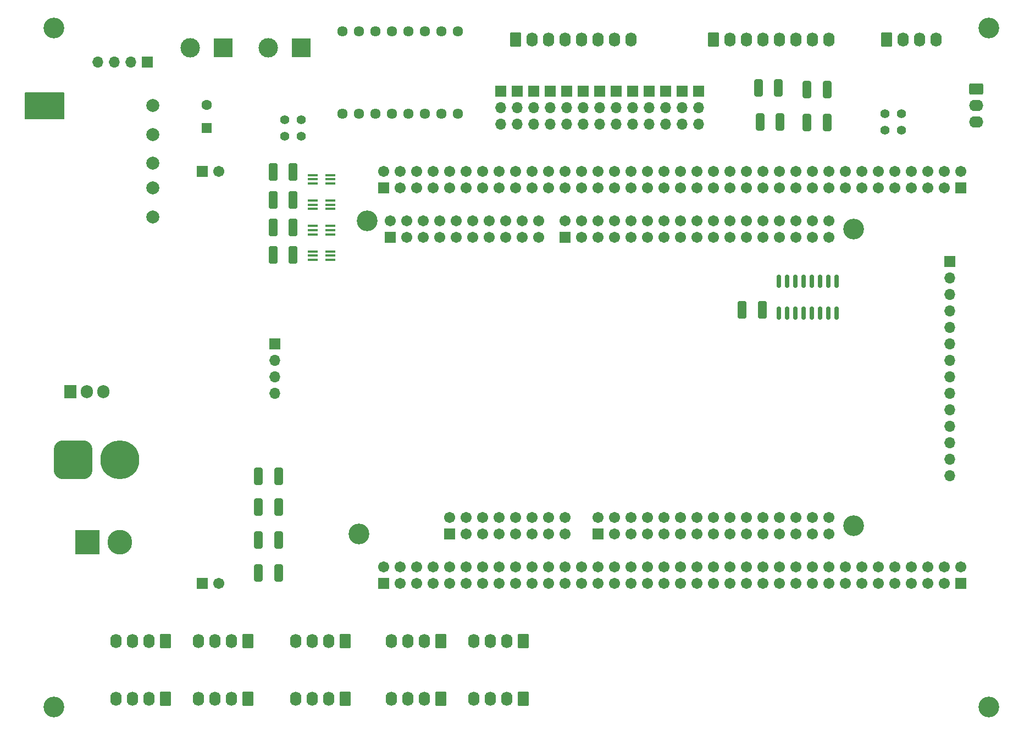
<source format=gbr>
%TF.GenerationSoftware,KiCad,Pcbnew,8.0.2-rc1*%
%TF.CreationDate,2024-08-28T13:59:49+02:00*%
%TF.ProjectId,Carte-Principale,43617274-652d-4507-9269-6e636970616c,rev?*%
%TF.SameCoordinates,Original*%
%TF.FileFunction,Soldermask,Bot*%
%TF.FilePolarity,Negative*%
%FSLAX46Y46*%
G04 Gerber Fmt 4.6, Leading zero omitted, Abs format (unit mm)*
G04 Created by KiCad (PCBNEW 8.0.2-rc1) date 2024-08-28 13:59:49*
%MOMM*%
%LPD*%
G01*
G04 APERTURE LIST*
G04 Aperture macros list*
%AMRoundRect*
0 Rectangle with rounded corners*
0 $1 Rounding radius*
0 $2 $3 $4 $5 $6 $7 $8 $9 X,Y pos of 4 corners*
0 Add a 4 corners polygon primitive as box body*
4,1,4,$2,$3,$4,$5,$6,$7,$8,$9,$2,$3,0*
0 Add four circle primitives for the rounded corners*
1,1,$1+$1,$2,$3*
1,1,$1+$1,$4,$5*
1,1,$1+$1,$6,$7*
1,1,$1+$1,$8,$9*
0 Add four rect primitives between the rounded corners*
20,1,$1+$1,$2,$3,$4,$5,0*
20,1,$1+$1,$4,$5,$6,$7,0*
20,1,$1+$1,$6,$7,$8,$9,0*
20,1,$1+$1,$8,$9,$2,$3,0*%
G04 Aperture macros list end*
%ADD10C,0.200000*%
%ADD11RoundRect,0.250000X0.620000X0.845000X-0.620000X0.845000X-0.620000X-0.845000X0.620000X-0.845000X0*%
%ADD12O,1.740000X2.190000*%
%ADD13R,1.700000X1.700000*%
%ADD14O,1.700000X1.700000*%
%ADD15C,3.200000*%
%ADD16C,1.609600*%
%ADD17C,1.400000*%
%ADD18R,3.000000X3.000000*%
%ADD19C,3.000000*%
%ADD20RoundRect,0.102000X0.754000X-0.754000X0.754000X0.754000X-0.754000X0.754000X-0.754000X-0.754000X0*%
%ADD21C,1.712000*%
%ADD22C,2.000000*%
%ADD23R,1.905000X2.000000*%
%ADD24O,1.905000X2.000000*%
%ADD25R,3.800000X3.800000*%
%ADD26C,3.800000*%
%ADD27RoundRect,0.250000X-0.845000X0.620000X-0.845000X-0.620000X0.845000X-0.620000X0.845000X0.620000X0*%
%ADD28O,2.190000X1.740000*%
%ADD29RoundRect,0.250000X-0.620000X-0.845000X0.620000X-0.845000X0.620000X0.845000X-0.620000X0.845000X0*%
%ADD30RoundRect,1.500000X-1.500000X-1.500000X1.500000X-1.500000X1.500000X1.500000X-1.500000X1.500000X0*%
%ADD31C,6.000000*%
%ADD32R,1.600000X1.600000*%
%ADD33C,1.600000*%
%ADD34RoundRect,0.100000X-0.650000X-0.100000X0.650000X-0.100000X0.650000X0.100000X-0.650000X0.100000X0*%
%ADD35RoundRect,0.250000X0.400000X1.075000X-0.400000X1.075000X-0.400000X-1.075000X0.400000X-1.075000X0*%
%ADD36RoundRect,0.250000X0.412500X1.100000X-0.412500X1.100000X-0.412500X-1.100000X0.412500X-1.100000X0*%
%ADD37RoundRect,0.250000X-0.412500X-1.100000X0.412500X-1.100000X0.412500X1.100000X-0.412500X1.100000X0*%
%ADD38RoundRect,0.150000X-0.150000X0.825000X-0.150000X-0.825000X0.150000X-0.825000X0.150000X0.825000X0*%
%ADD39RoundRect,0.250000X-0.400000X-1.075000X0.400000X-1.075000X0.400000X1.075000X-0.400000X1.075000X0*%
G04 APERTURE END LIST*
D10*
X56500000Y-45000000D02*
X62500000Y-45000000D01*
X62500000Y-49000000D01*
X56500000Y-49000000D01*
X56500000Y-45000000D01*
G36*
X56500000Y-45000000D02*
G01*
X62500000Y-45000000D01*
X62500000Y-49000000D01*
X56500000Y-49000000D01*
X56500000Y-45000000D01*
G37*
D11*
%TO.C,J11*%
X133240000Y-129540000D03*
D12*
X130700000Y-129540000D03*
X128160000Y-129540000D03*
X125620000Y-129540000D03*
%TD*%
D11*
%TO.C,J6*%
X105810000Y-129540000D03*
D12*
X103270000Y-129540000D03*
X100730000Y-129540000D03*
X98190000Y-129540000D03*
%TD*%
D13*
%TO.C,M5*%
X139910000Y-44750000D03*
D14*
X139910000Y-47290000D03*
X139910000Y-49830000D03*
%TD*%
D15*
%TO.C,H2*%
X60960000Y-139700000D03*
%TD*%
D16*
%TO.C,DRV1*%
X118110000Y-35560000D03*
X115570000Y-35560000D03*
X113030000Y-35560000D03*
X110490000Y-35560000D03*
X123190000Y-48260000D03*
X120650000Y-48260000D03*
X120650000Y-35560000D03*
X123190000Y-35560000D03*
X107950000Y-35560000D03*
X113030000Y-48260000D03*
X110490000Y-48260000D03*
X107950000Y-48260000D03*
X105410000Y-48260000D03*
X115570000Y-48260000D03*
X118110000Y-48260000D03*
X105410000Y-35560000D03*
%TD*%
D17*
%TO.C,TP6*%
X99000000Y-51750000D03*
X96460000Y-51750000D03*
%TD*%
D18*
%TO.C,J5*%
X99060000Y-38100000D03*
D19*
X93980000Y-38100000D03*
%TD*%
D13*
%TO.C,M4*%
X137370000Y-44750000D03*
D14*
X137370000Y-47290000D03*
X137370000Y-49830000D03*
%TD*%
D13*
%TO.C,J2*%
X75370000Y-40250000D03*
D14*
X72830000Y-40250000D03*
X70290000Y-40250000D03*
X67750000Y-40250000D03*
%TD*%
D11*
%TO.C,J10*%
X120540000Y-138430000D03*
D12*
X118000000Y-138430000D03*
X115460000Y-138430000D03*
X112920000Y-138430000D03*
%TD*%
D15*
%TO.C,U2*%
X107945000Y-113030000D03*
X184145000Y-111760000D03*
X184145000Y-66040000D03*
X109215000Y-64770000D03*
D20*
X83815000Y-120650000D03*
D21*
X86355000Y-120650000D03*
D20*
X83815000Y-57150000D03*
D21*
X86355000Y-57150000D03*
D20*
X112771000Y-67310000D03*
D21*
X112771000Y-64770000D03*
X115311000Y-67310000D03*
X115311000Y-64770000D03*
X117851000Y-67310000D03*
X117851000Y-64770000D03*
X120391000Y-67310000D03*
X120391000Y-64770000D03*
X122931000Y-67310000D03*
X122931000Y-64770000D03*
X125471000Y-67310000D03*
X125471000Y-64770000D03*
X128011000Y-67310000D03*
X128011000Y-64770000D03*
X130551000Y-67310000D03*
X130551000Y-64770000D03*
X133091000Y-67310000D03*
X133091000Y-64770000D03*
X135631000Y-67310000D03*
X135631000Y-64770000D03*
D20*
X121915000Y-113030000D03*
D21*
X121915000Y-110490000D03*
X124455000Y-113030000D03*
X124455000Y-110490000D03*
X126995000Y-113030000D03*
X126995000Y-110490000D03*
X129535000Y-113030000D03*
X129535000Y-110490000D03*
X132075000Y-113030000D03*
X132075000Y-110490000D03*
X134615000Y-113030000D03*
X134615000Y-110490000D03*
X137155000Y-113030000D03*
X137155000Y-110490000D03*
X139695000Y-113030000D03*
X139695000Y-110490000D03*
D20*
X144775000Y-113030000D03*
D21*
X144775000Y-110490000D03*
X147315000Y-113030000D03*
X147315000Y-110490000D03*
X149855000Y-113030000D03*
X149855000Y-110490000D03*
X152395000Y-113030000D03*
X152395000Y-110490000D03*
X154935000Y-113030000D03*
X154935000Y-110490000D03*
X157475000Y-113030000D03*
X157475000Y-110490000D03*
X160015000Y-113030000D03*
X160015000Y-110490000D03*
X162555000Y-113030000D03*
X162555000Y-110490000D03*
X165095000Y-113030000D03*
X165095000Y-110490000D03*
X167635000Y-113030000D03*
X167635000Y-110490000D03*
X170175000Y-113030000D03*
X170175000Y-110490000D03*
X172715000Y-113030000D03*
X172715000Y-110490000D03*
X175255000Y-113030000D03*
X175255000Y-110490000D03*
X177795000Y-113030000D03*
X177795000Y-110490000D03*
X180335000Y-113030000D03*
X180335000Y-110490000D03*
D20*
X139695000Y-67310000D03*
D21*
X139695000Y-64770000D03*
X142235000Y-67310000D03*
X142235000Y-64770000D03*
X144775000Y-67310000D03*
X144775000Y-64770000D03*
X147315000Y-67310000D03*
X147315000Y-64770000D03*
X149855000Y-67310000D03*
X149855000Y-64770000D03*
X152395000Y-67310000D03*
X152395000Y-64770000D03*
X154935000Y-67310000D03*
X154935000Y-64770000D03*
X157475000Y-67310000D03*
X157475000Y-64770000D03*
X160015000Y-67310000D03*
X160015000Y-64770000D03*
X162555000Y-67310000D03*
X162555000Y-64770000D03*
X165095000Y-67310000D03*
X165095000Y-64770000D03*
X167635000Y-67310000D03*
X167635000Y-64770000D03*
X170175000Y-67310000D03*
X170175000Y-64770000D03*
X172715000Y-67310000D03*
X172715000Y-64770000D03*
X175255000Y-67310000D03*
X175255000Y-64770000D03*
X177795000Y-67310000D03*
X177795000Y-64770000D03*
X180335000Y-67310000D03*
X180335000Y-64770000D03*
D20*
X111755000Y-120650000D03*
D21*
X111755000Y-118110000D03*
X114295000Y-120650000D03*
X114295000Y-118110000D03*
X116835000Y-120650000D03*
X116835000Y-118110000D03*
X119375000Y-120650000D03*
X119375000Y-118110000D03*
X121915000Y-120650000D03*
X121915000Y-118110000D03*
X124455000Y-120650000D03*
X124455000Y-118110000D03*
X126995000Y-120650000D03*
X126995000Y-118110000D03*
X129535000Y-120650000D03*
X129535000Y-118110000D03*
X132075000Y-120650000D03*
X132075000Y-118110000D03*
X134615000Y-120650000D03*
X134615000Y-118110000D03*
X137155000Y-120650000D03*
X137155000Y-118110000D03*
X139695000Y-120650000D03*
X139695000Y-118110000D03*
X142235000Y-120650000D03*
X142235000Y-118110000D03*
X144775000Y-120650000D03*
X144775000Y-118110000D03*
X147315000Y-120650000D03*
X147315000Y-118110000D03*
X149855000Y-120650000D03*
X149855000Y-118110000D03*
X152395000Y-120650000D03*
X152395000Y-118110000D03*
X154935000Y-120650000D03*
X154935000Y-118110000D03*
X157475000Y-120650000D03*
X157475000Y-118110000D03*
X160015000Y-120650000D03*
X160015000Y-118110000D03*
X162555000Y-120650000D03*
X162555000Y-118110000D03*
X165095000Y-120650000D03*
X165095000Y-118110000D03*
X167635000Y-120650000D03*
X167635000Y-118110000D03*
X170175000Y-120650000D03*
X170175000Y-118110000D03*
X172715000Y-120650000D03*
X172715000Y-118110000D03*
X175255000Y-120650000D03*
X175255000Y-118110000D03*
X177795000Y-120650000D03*
X177795000Y-118110000D03*
X180335000Y-120650000D03*
X180335000Y-118110000D03*
X182875000Y-120650000D03*
X182875000Y-118110000D03*
X185415000Y-120650000D03*
X185415000Y-118110000D03*
X187955000Y-120650000D03*
X187955000Y-118110000D03*
X190495000Y-120650000D03*
X190495000Y-118110000D03*
X193035000Y-120650000D03*
X193035000Y-118110000D03*
X195575000Y-120650000D03*
X195575000Y-118110000D03*
X198115000Y-120650000D03*
X198115000Y-118110000D03*
D20*
X111775000Y-59690000D03*
D21*
X111775000Y-57150000D03*
X114315000Y-59690000D03*
X114315000Y-57150000D03*
X116855000Y-59690000D03*
X116855000Y-57150000D03*
X119395000Y-59690000D03*
X119395000Y-57150000D03*
X121935000Y-59690000D03*
X121935000Y-57150000D03*
X124475000Y-59690000D03*
X124475000Y-57150000D03*
X127015000Y-59690000D03*
X127015000Y-57150000D03*
X129555000Y-59690000D03*
X129555000Y-57150000D03*
X132095000Y-59690000D03*
X132095000Y-57150000D03*
X134635000Y-59690000D03*
X134635000Y-57150000D03*
X137175000Y-59690000D03*
X137175000Y-57150000D03*
X139715000Y-59690000D03*
X139715000Y-57150000D03*
X142255000Y-59690000D03*
X142255000Y-57150000D03*
X144795000Y-59690000D03*
X144795000Y-57150000D03*
X147335000Y-59690000D03*
X147335000Y-57150000D03*
X149875000Y-59690000D03*
X149875000Y-57150000D03*
X152415000Y-59690000D03*
X152415000Y-57150000D03*
X154955000Y-59690000D03*
X154955000Y-57150000D03*
X157495000Y-59690000D03*
X157495000Y-57150000D03*
X160035000Y-59690000D03*
X160035000Y-57150000D03*
X162575000Y-59690000D03*
X162575000Y-57150000D03*
X165115000Y-59690000D03*
X165115000Y-57150000D03*
X167655000Y-59690000D03*
X167655000Y-57150000D03*
X170195000Y-59690000D03*
X170195000Y-57150000D03*
X172735000Y-59690000D03*
X172735000Y-57150000D03*
X175275000Y-59690000D03*
X175275000Y-57150000D03*
X177815000Y-59690000D03*
X177815000Y-57150000D03*
X180355000Y-59690000D03*
X180355000Y-57150000D03*
X182895000Y-59690000D03*
X182895000Y-57150000D03*
X185435000Y-59690000D03*
X185435000Y-57150000D03*
X187975000Y-59690000D03*
X187975000Y-57150000D03*
X190515000Y-59690000D03*
X190515000Y-57150000D03*
X193055000Y-59690000D03*
X193055000Y-57150000D03*
X195595000Y-59690000D03*
X195595000Y-57150000D03*
X198135000Y-59690000D03*
X198135000Y-57150000D03*
D20*
X200675000Y-59690000D03*
D21*
X200675000Y-57150000D03*
D20*
X200655000Y-120650000D03*
D21*
X200655000Y-118110000D03*
%TD*%
D22*
%TO.C,TP3*%
X76200000Y-59690000D03*
%TD*%
D23*
%TO.C,Q1*%
X63500000Y-91115000D03*
D24*
X66040000Y-91115000D03*
X68580000Y-91115000D03*
%TD*%
D13*
%TO.C,M10*%
X150070000Y-44750000D03*
D14*
X150070000Y-47290000D03*
X150070000Y-49830000D03*
%TD*%
D13*
%TO.C,M8*%
X144990000Y-44750000D03*
D14*
X144990000Y-47290000D03*
X144990000Y-49830000D03*
%TD*%
D15*
%TO.C,H1*%
X60960000Y-35000000D03*
%TD*%
D11*
%TO.C,J12*%
X133240000Y-138430000D03*
D12*
X130700000Y-138430000D03*
X128160000Y-138430000D03*
X125620000Y-138430000D03*
%TD*%
D25*
%TO.C,J4*%
X66120000Y-114300000D03*
D26*
X71120000Y-114300000D03*
%TD*%
D13*
%TO.C,M9*%
X155150000Y-44750000D03*
D14*
X155150000Y-47290000D03*
X155150000Y-49830000D03*
%TD*%
D15*
%TO.C,H4*%
X205000000Y-139700000D03*
%TD*%
D13*
%TO.C,M11*%
X157690000Y-44750000D03*
D14*
X157690000Y-47290000D03*
X157690000Y-49830000D03*
%TD*%
D13*
%TO.C,M12*%
X160230000Y-44750000D03*
D14*
X160230000Y-47290000D03*
X160230000Y-49830000D03*
%TD*%
D11*
%TO.C,SW2*%
X78105000Y-129540000D03*
D12*
X75565000Y-129540000D03*
X73025000Y-129540000D03*
X70485000Y-129540000D03*
%TD*%
D27*
%TO.C,J15*%
X202980000Y-44460000D03*
D28*
X202980000Y-47000000D03*
X202980000Y-49540000D03*
%TD*%
D13*
%TO.C,M7*%
X152610000Y-44750000D03*
D14*
X152610000Y-47290000D03*
X152610000Y-49830000D03*
%TD*%
D15*
%TO.C,H3*%
X205000000Y-35000000D03*
%TD*%
D17*
%TO.C,TP9*%
X191500000Y-50790000D03*
X191500000Y-48250000D03*
%TD*%
D11*
%TO.C,J7*%
X105810000Y-138430000D03*
D12*
X103270000Y-138430000D03*
X100730000Y-138430000D03*
X98190000Y-138430000D03*
%TD*%
D22*
%TO.C,TP4*%
X76200000Y-55880000D03*
%TD*%
D13*
%TO.C,M6*%
X147530000Y-44750000D03*
D14*
X147530000Y-47290000D03*
X147530000Y-49830000D03*
%TD*%
D29*
%TO.C,J8*%
X132080000Y-36850000D03*
D12*
X134620000Y-36850000D03*
X137160000Y-36850000D03*
X139700000Y-36850000D03*
X142240000Y-36850000D03*
X144780000Y-36850000D03*
X147320000Y-36850000D03*
X149860000Y-36850000D03*
%TD*%
D11*
%TO.C,SW4*%
X90805000Y-129540000D03*
D12*
X88265000Y-129540000D03*
X85725000Y-129540000D03*
X83185000Y-129540000D03*
%TD*%
D22*
%TO.C,TP5*%
X76200000Y-64135000D03*
%TD*%
D29*
%TO.C,J13*%
X162560000Y-36830000D03*
D12*
X165100000Y-36830000D03*
X167640000Y-36830000D03*
X170180000Y-36830000D03*
X172720000Y-36830000D03*
X175260000Y-36830000D03*
X177800000Y-36830000D03*
X180340000Y-36830000D03*
%TD*%
D13*
%TO.C,M2*%
X134830000Y-44750000D03*
D14*
X134830000Y-47290000D03*
X134830000Y-49830000D03*
%TD*%
D22*
%TO.C,TP2*%
X76200000Y-46990000D03*
%TD*%
D11*
%TO.C,J9*%
X120540000Y-129540000D03*
D12*
X118000000Y-129540000D03*
X115460000Y-129540000D03*
X112920000Y-129540000D03*
%TD*%
D30*
%TO.C,J3*%
X63920000Y-101600000D03*
D31*
X71120000Y-101600000D03*
%TD*%
D29*
%TO.C,J14*%
X189230000Y-36830000D03*
D12*
X191770000Y-36830000D03*
X194310000Y-36830000D03*
X196850000Y-36830000D03*
%TD*%
D11*
%TO.C,SW1*%
X78105000Y-138430000D03*
D12*
X75565000Y-138430000D03*
X73025000Y-138430000D03*
X70485000Y-138430000D03*
%TD*%
D32*
%TO.C,C1*%
X84500000Y-50402700D03*
D33*
X84500000Y-46902700D03*
%TD*%
D13*
%TO.C,M3*%
X132290000Y-44750000D03*
D14*
X132290000Y-47290000D03*
X132290000Y-49830000D03*
%TD*%
D17*
%TO.C,TP7*%
X99000000Y-49210000D03*
X96460000Y-49210000D03*
%TD*%
D18*
%TO.C,J1*%
X86995000Y-38100000D03*
D19*
X81915000Y-38100000D03*
%TD*%
D22*
%TO.C,TP1*%
X76200000Y-51435000D03*
%TD*%
D13*
%TO.C,M1*%
X129750000Y-44750000D03*
D14*
X129750000Y-47290000D03*
X129750000Y-49830000D03*
%TD*%
D13*
%TO.C,M13*%
X142450000Y-44750000D03*
D14*
X142450000Y-47290000D03*
X142450000Y-49830000D03*
%TD*%
D17*
%TO.C,TP8*%
X188960000Y-50770000D03*
X188960000Y-48230000D03*
%TD*%
D11*
%TO.C,SW3*%
X90805000Y-138430000D03*
D12*
X88265000Y-138430000D03*
X85725000Y-138430000D03*
X83185000Y-138430000D03*
%TD*%
D34*
%TO.C,U6*%
X100850000Y-70775000D03*
X100850000Y-70125000D03*
X100850000Y-69475000D03*
X103510000Y-69475000D03*
X103510000Y-70125000D03*
X103510000Y-70775000D03*
%TD*%
%TO.C,U4*%
X100850000Y-59000000D03*
X100850000Y-58350000D03*
X100850000Y-57700000D03*
X103510000Y-57700000D03*
X103510000Y-58350000D03*
X103510000Y-59000000D03*
%TD*%
D35*
%TO.C,R31*%
X95530000Y-113900000D03*
X92430000Y-113900000D03*
%TD*%
%TO.C,R32*%
X95530000Y-108820000D03*
X92430000Y-108820000D03*
%TD*%
%TO.C,R27*%
X172550000Y-44250000D03*
X169450000Y-44250000D03*
%TD*%
D36*
%TO.C,C7*%
X170062500Y-78500000D03*
X166937500Y-78500000D03*
%TD*%
D37*
%TO.C,C5*%
X94687500Y-65750000D03*
X97812500Y-65750000D03*
%TD*%
D34*
%TO.C,U7*%
X100850000Y-66850000D03*
X100850000Y-66200000D03*
X100850000Y-65550000D03*
X103510000Y-65550000D03*
X103510000Y-66200000D03*
X103510000Y-66850000D03*
%TD*%
D13*
%TO.C,J17*%
X94975000Y-83700000D03*
D14*
X94975000Y-86240000D03*
X94975000Y-88780000D03*
X94975000Y-91320000D03*
%TD*%
D37*
%TO.C,C3*%
X94687500Y-57250000D03*
X97812500Y-57250000D03*
%TD*%
D38*
%TO.C,U3*%
X172630000Y-74050000D03*
X173900000Y-74050000D03*
X175170000Y-74050000D03*
X176440000Y-74050000D03*
X177710000Y-74050000D03*
X178980000Y-74050000D03*
X180250000Y-74050000D03*
X181520000Y-74050000D03*
X181520000Y-79000000D03*
X180250000Y-79000000D03*
X178980000Y-79000000D03*
X177710000Y-79000000D03*
X176440000Y-79000000D03*
X175170000Y-79000000D03*
X173900000Y-79000000D03*
X172630000Y-79000000D03*
%TD*%
D34*
%TO.C,U5*%
X100850000Y-62925000D03*
X100850000Y-62275000D03*
X100850000Y-61625000D03*
X103510000Y-61625000D03*
X103510000Y-62275000D03*
X103510000Y-62925000D03*
%TD*%
D37*
%TO.C,C4*%
X94687500Y-61500000D03*
X97812500Y-61500000D03*
%TD*%
%TO.C,C6*%
X94687500Y-70000000D03*
X97812500Y-70000000D03*
%TD*%
D35*
%TO.C,R28*%
X180050000Y-44500000D03*
X176950000Y-44500000D03*
%TD*%
D39*
%TO.C,R29*%
X169700000Y-49500000D03*
X172800000Y-49500000D03*
%TD*%
D35*
%TO.C,R34*%
X95560000Y-118980000D03*
X92460000Y-118980000D03*
%TD*%
%TO.C,R33*%
X95530000Y-104140000D03*
X92430000Y-104140000D03*
%TD*%
D39*
%TO.C,R30*%
X176950000Y-49580000D03*
X180050000Y-49580000D03*
%TD*%
D13*
%TO.C,J16*%
X198975000Y-71000000D03*
D14*
X198975000Y-73540000D03*
X198975000Y-76080000D03*
X198975000Y-78620000D03*
X198975000Y-81160000D03*
X198975000Y-83700000D03*
X198975000Y-86240000D03*
X198975000Y-88780000D03*
X198975000Y-91320000D03*
X198975000Y-93860000D03*
X198975000Y-96400000D03*
X198975000Y-98940000D03*
X198975000Y-101480000D03*
X198975000Y-104020000D03*
%TD*%
M02*

</source>
